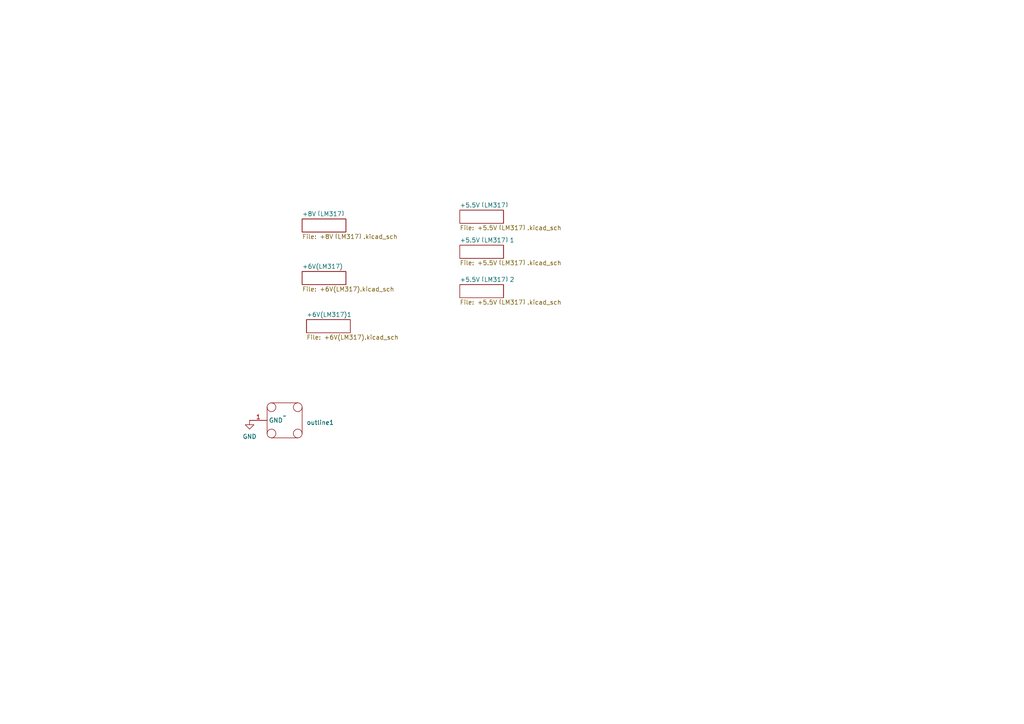
<source format=kicad_sch>
(kicad_sch (version 20230121) (generator eeschema)
  (paper "A4")
  (lib_symbols
    (symbol "Radar:outline"
      (property "Reference" "outline" (at 0 6.35 0))
      (symbol "outline_0_1"
        (circle (center -3.81 -3.81) (radius 1.27))
        (circle (center -3.81 3.81) (radius 1.27))
        (polyline (pts (xy -5.08 3.81) (xy -5.08 -3.81)))
        (polyline (pts (xy -3.81 -5.08) (xy 3.81 -5.08)))
        (polyline (pts (xy 3.81 5.08) (xy -3.81 5.08)))
        (polyline (pts (xy 5.08 3.81) (xy 5.08 -3.81)))
        (circle (center 3.81 -3.81) (radius 1.27))
        (circle (center 3.81 3.81) (radius 1.27))
      )
      (symbol "outline_1_1"
        (pin free line (at -10.16 0 0) (length 5.08) (name "GND") (number "1"))
      )
    )
    (symbol "power:GND" (power) (pin_names (offset 0))
      (property "Value" "GND" (at 0 -3.81 0))
      (symbol "GND_0_1"
        (polyline (pts (xy 0 0) (xy 0 -1.27) (xy 1.27 -1.27) (xy 0 -2.54) (xy -1.27 -1.27) (xy 0 -1.27)))
      )
      (symbol "GND_1_1"
        (pin power_in line (at 0 0 270) (length 0) hide (name "GND") (number "1"))
      )
    )
  )
  (symbol (lib_id "power:GND") (at 72.39 121.92 0) (unit 1)
    (property "Reference" "#PWR023" (effects hide))
    (property "Value" "GND" (at 72.39 126.619 0))
  )
  (symbol (lib_id "Radar:outline") (at 82.55 121.92 0) (unit 1)
    (property "Reference" "outline1" (at 88.9 122.555 0) (effects (justify left)))
    (property "Value" "~" (at 82.55 120.65 0))
    (property "Footprint" "Music_Lab:Outline_9x4_cavity_20230711" (effects hide))
  )
  (sheet (at 133.35 71.12) (size 12.7 3.81) (stroke (width 0.1524))
    (property "Sheetname" "+5.5V（LM317）1" (at 133.35 70.4084 0) (effects (justify left bottom)))
    (property "Sheetfile" "+5.5V（LM317）.kicad_sch" (at 133.35 75.5146 0) (effects (justify left top)))
  )
  (sheet (at 133.35 82.55) (size 12.7 3.81) (stroke (width 0.1524))
    (property "Sheetname" "+5.5V（LM317）2" (at 133.35 81.8384 0) (effects (justify left bottom)))
    (property "Sheetfile" "+5.5V（LM317）.kicad_sch" (at 133.35 86.9446 0) (effects (justify left top)))
  )
  (sheet (at 87.63 78.74) (size 12.7 3.81) (stroke (width 0.1524))
    (property "Sheetname" "+6V(LM317)" (at 87.63 78.0284 0) (effects (justify left bottom)))
    (property "Sheetfile" "+6V(LM317).kicad_sch" (at 87.63 83.1346 0) (effects (justify left top)))
  )
  (sheet (at 87.63 63.5) (size 12.7 3.81) (stroke (width 0.1524))
    (property "Sheetname" "+8V（LM317）" (at 87.63 62.7884 0) (effects (justify left bottom)))
    (property "Sheetfile" "+8V（LM317）.kicad_sch" (at 87.63 67.8946 0) (effects (justify left top)))
  )
  (sheet (at 133.35 60.96) (size 12.7 3.81) (stroke (width 0.1524))
    (property "Sheetname" "+5.5V（LM317）" (at 133.35 60.2484 0) (effects (justify left bottom)))
    (property "Sheetfile" "+5.5V（LM317）.kicad_sch" (at 133.35 65.3546 0) (effects (justify left top)))
  )
  (sheet (at 88.9 92.71) (size 12.7 3.81) (stroke (width 0.1524))
    (property "Sheetname" "+6V(LM317)1" (at 88.9 91.9984 0) (effects (justify left bottom)))
    (property "Sheetfile" "+6V(LM317).kicad_sch" (at 88.9 97.1046 0) (effects (justify left top)))
  )
)
</source>
